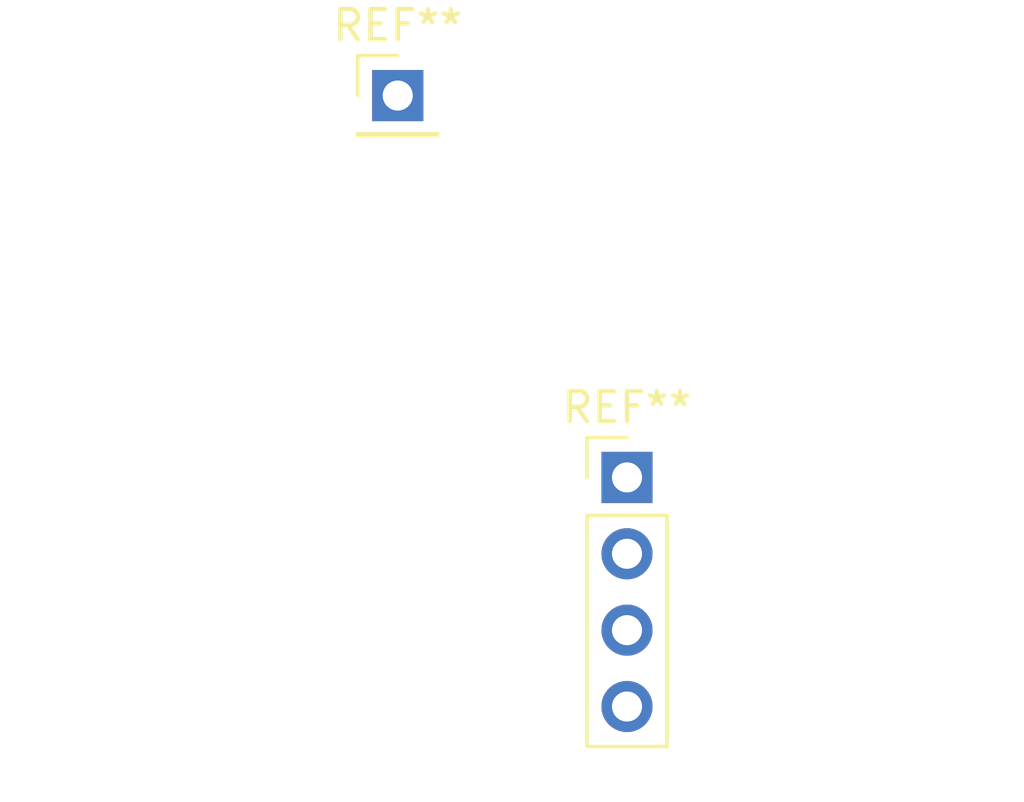
<source format=kicad_pcb>
(kicad_pcb (version 20221018) (generator pcbnew)
  (layers (0 "F.Cu" signal) (31 "B.Cu" signal) (34 "B.Paste" user) (35 "F.Paste" user) (36 "B.SilkS" user "B.Silkscreen") (37 "F.SilkS" user "F.Silkscreen") (38 "B.Mask" user) (39 "F.Mask" user) (44 "Edge.Cuts" user))
  (net 0 "")
  (footprint "Connector_PinHeader_2.54mm:PinHeader_1x04_P2.54mm_Vertical" (layer "F.Cu") (at 109.22 86.36)
    (fp_text reference "REF**" (at 0 -2.33) (layer "F.SilkS"))
    (fp_text value "PinHeader_1x04_P2.54mm_Vertical")
    (fp_line (start -1.33 -1.33) (end 0 -1.33) (stroke (width 0.12)) (layer "F.SilkS"))
    (fp_line (start -1.33 0) (end -1.33 -1.33) (stroke (width 0.12)) (layer "F.SilkS"))
    (fp_line (start -1.33 1.27) (end -1.33 8.95) (stroke (width 0.12)) (layer "F.SilkS"))
    (fp_line (start -1.33 1.27) (end 1.33 1.27) (stroke (width 0.12)) (layer "F.SilkS"))
    (fp_line (start -1.33 8.95) (end 1.33 8.95) (stroke (width 0.12)) (layer "F.SilkS"))
    (fp_line (start 1.33 1.27) (end 1.33 8.95) (stroke (width 0.12)) (layer "F.SilkS"))
    (pad "1" thru_hole rect (at 0 0) (size 1.7 1.7) (drill 1) (layers "*.Cu" "*.Mask"))
    (pad "2" thru_hole oval (at 0 2.54) (size 1.7 1.7) (drill 1) (layers "*.Cu" "*.Mask"))
    (pad "3" thru_hole oval (at 0 5.08) (size 1.7 1.7) (drill 1) (layers "*.Cu" "*.Mask"))
    (pad "4" thru_hole oval (at 0 7.62) (size 1.7 1.7) (drill 1) (layers "*.Cu" "*.Mask"))
  )
  (footprint "Connector_PinHeader_2.54mm:PinHeader_1x01_P2.54mm_Vertical" (layer "F.Cu") (at 101.6 73.66)
    (fp_text reference "REF**" (at 0 -2.33) (layer "F.SilkS"))
    (fp_text value "PinHeader_1x01_P2.54mm_Vertical")
    (fp_line (start -1.33 -1.33) (end 0 -1.33) (stroke (width 0.12)) (layer "F.SilkS"))
    (fp_line (start -1.33 0) (end -1.33 -1.33) (stroke (width 0.12)) (layer "F.SilkS"))
    (fp_line (start -1.33 1.27) (end -1.33 1.33) (stroke (width 0.12)) (layer "F.SilkS"))
    (fp_line (start -1.33 1.27) (end 1.33 1.27) (stroke (width 0.12)) (layer "F.SilkS"))
    (fp_line (start -1.33 1.33) (end 1.33 1.33) (stroke (width 0.12)) (layer "F.SilkS"))
    (fp_line (start 1.33 1.27) (end 1.33 1.33) (stroke (width 0.12)) (layer "F.SilkS"))
    (pad "1" thru_hole rect (at 0 0) (size 1.7 1.7) (drill 1) (layers "*.Cu" "*.Mask"))
  )
)
</source>
